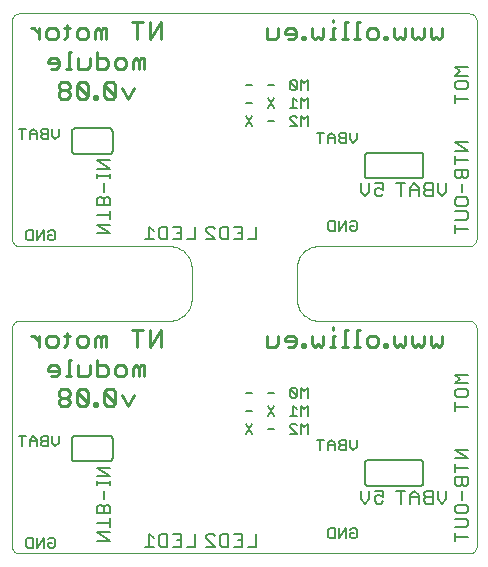
<source format=gbo>
G75*
%MOIN*%
%OFA0B0*%
%FSLAX24Y24*%
%IPPOS*%
%LPD*%
%AMOC8*
5,1,8,0,0,1.08239X$1,22.5*
%
%ADD10C,0.0000*%
%ADD11C,0.0100*%
%ADD12C,0.0080*%
%ADD13C,0.0060*%
D10*
X000425Y000238D02*
X015425Y000238D01*
X015455Y000240D01*
X015485Y000245D01*
X015514Y000254D01*
X015541Y000267D01*
X015567Y000282D01*
X015591Y000301D01*
X015612Y000322D01*
X015631Y000346D01*
X015646Y000372D01*
X015659Y000399D01*
X015668Y000428D01*
X015673Y000458D01*
X015675Y000488D01*
X015675Y007738D01*
X015673Y007768D01*
X015668Y007798D01*
X015659Y007827D01*
X015646Y007854D01*
X015631Y007880D01*
X015612Y007904D01*
X015591Y007925D01*
X015567Y007944D01*
X015541Y007959D01*
X015514Y007972D01*
X015485Y007981D01*
X015455Y007986D01*
X015425Y007988D01*
X010425Y007988D01*
X010371Y007990D01*
X010318Y007996D01*
X010266Y008005D01*
X010214Y008018D01*
X010163Y008035D01*
X010113Y008056D01*
X010066Y008080D01*
X010020Y008107D01*
X009976Y008138D01*
X009934Y008171D01*
X009895Y008208D01*
X009858Y008247D01*
X009825Y008289D01*
X009794Y008333D01*
X009767Y008379D01*
X009743Y008426D01*
X009722Y008476D01*
X009705Y008527D01*
X009692Y008579D01*
X009683Y008631D01*
X009677Y008684D01*
X009675Y008738D01*
X009675Y009738D01*
X009677Y009792D01*
X009683Y009845D01*
X009692Y009897D01*
X009705Y009949D01*
X009722Y010000D01*
X009743Y010050D01*
X009767Y010097D01*
X009794Y010143D01*
X009825Y010187D01*
X009858Y010229D01*
X009895Y010268D01*
X009934Y010305D01*
X009976Y010338D01*
X010020Y010369D01*
X010066Y010396D01*
X010113Y010420D01*
X010163Y010441D01*
X010214Y010458D01*
X010266Y010471D01*
X010318Y010480D01*
X010371Y010486D01*
X010425Y010488D01*
X015425Y010488D01*
X015455Y010490D01*
X015485Y010495D01*
X015514Y010504D01*
X015541Y010517D01*
X015567Y010532D01*
X015591Y010551D01*
X015612Y010572D01*
X015631Y010596D01*
X015646Y010622D01*
X015659Y010649D01*
X015668Y010678D01*
X015673Y010708D01*
X015675Y010738D01*
X015675Y017988D01*
X015673Y018018D01*
X015668Y018048D01*
X015659Y018077D01*
X015646Y018104D01*
X015631Y018130D01*
X015612Y018154D01*
X015591Y018175D01*
X015567Y018194D01*
X015541Y018209D01*
X015514Y018222D01*
X015485Y018231D01*
X015455Y018236D01*
X015425Y018238D01*
X000425Y018238D01*
X000395Y018236D01*
X000365Y018231D01*
X000336Y018222D01*
X000309Y018209D01*
X000283Y018194D01*
X000259Y018175D01*
X000238Y018154D01*
X000219Y018130D01*
X000204Y018104D01*
X000191Y018077D01*
X000182Y018048D01*
X000177Y018018D01*
X000175Y017988D01*
X000175Y010738D01*
X000177Y010708D01*
X000182Y010678D01*
X000191Y010649D01*
X000204Y010622D01*
X000219Y010596D01*
X000238Y010572D01*
X000259Y010551D01*
X000283Y010532D01*
X000309Y010517D01*
X000336Y010504D01*
X000365Y010495D01*
X000395Y010490D01*
X000425Y010488D01*
X005425Y010488D01*
X005479Y010486D01*
X005532Y010480D01*
X005584Y010471D01*
X005636Y010458D01*
X005687Y010441D01*
X005737Y010420D01*
X005784Y010396D01*
X005830Y010369D01*
X005874Y010338D01*
X005916Y010305D01*
X005955Y010268D01*
X005992Y010229D01*
X006025Y010187D01*
X006056Y010143D01*
X006083Y010097D01*
X006107Y010050D01*
X006128Y010000D01*
X006145Y009949D01*
X006158Y009897D01*
X006167Y009845D01*
X006173Y009792D01*
X006175Y009738D01*
X006175Y008738D01*
X006173Y008684D01*
X006167Y008631D01*
X006158Y008579D01*
X006145Y008527D01*
X006128Y008476D01*
X006107Y008426D01*
X006083Y008379D01*
X006056Y008333D01*
X006025Y008289D01*
X005992Y008247D01*
X005955Y008208D01*
X005916Y008171D01*
X005874Y008138D01*
X005830Y008107D01*
X005784Y008080D01*
X005737Y008056D01*
X005687Y008035D01*
X005636Y008018D01*
X005584Y008005D01*
X005532Y007996D01*
X005479Y007990D01*
X005425Y007988D01*
X000425Y007988D01*
X000395Y007986D01*
X000365Y007981D01*
X000336Y007972D01*
X000309Y007959D01*
X000283Y007944D01*
X000259Y007925D01*
X000238Y007904D01*
X000219Y007880D01*
X000204Y007854D01*
X000191Y007827D01*
X000182Y007798D01*
X000177Y007768D01*
X000175Y007738D01*
X000175Y000488D01*
X000177Y000458D01*
X000182Y000428D01*
X000191Y000399D01*
X000204Y000372D01*
X000219Y000346D01*
X000238Y000322D01*
X000259Y000301D01*
X000283Y000282D01*
X000309Y000267D01*
X000336Y000254D01*
X000365Y000245D01*
X000395Y000240D01*
X000425Y000238D01*
D11*
X001835Y005148D02*
X002022Y005148D01*
X002115Y005241D01*
X002115Y005334D01*
X002022Y005428D01*
X001835Y005428D01*
X001742Y005334D01*
X001742Y005241D01*
X001835Y005148D01*
X001835Y005428D02*
X001742Y005521D01*
X001742Y005615D01*
X001835Y005708D01*
X002022Y005708D01*
X002115Y005615D01*
X002115Y005521D01*
X002022Y005428D01*
X002349Y005615D02*
X002349Y005241D01*
X002443Y005148D01*
X002630Y005148D01*
X002723Y005241D01*
X002349Y005615D01*
X002443Y005708D01*
X002630Y005708D01*
X002723Y005615D01*
X002723Y005241D01*
X002934Y005241D02*
X002934Y005148D01*
X003027Y005148D01*
X003027Y005241D01*
X002934Y005241D01*
X003261Y005241D02*
X003261Y005615D01*
X003635Y005241D01*
X003541Y005148D01*
X003354Y005148D01*
X003261Y005241D01*
X003261Y005615D02*
X003354Y005708D01*
X003541Y005708D01*
X003635Y005615D01*
X003635Y005241D01*
X003869Y005521D02*
X004056Y005148D01*
X004242Y005521D01*
X004223Y006138D02*
X004223Y006418D01*
X004317Y006511D01*
X004410Y006418D01*
X004410Y006138D01*
X004410Y006418D02*
X004503Y006511D01*
X004597Y006511D01*
X004597Y006138D01*
X003989Y006231D02*
X003896Y006138D01*
X003709Y006138D01*
X003616Y006231D01*
X003616Y006418D01*
X003709Y006511D01*
X003896Y006511D01*
X003989Y006418D01*
X003989Y006231D01*
X003381Y006231D02*
X003381Y006418D01*
X003288Y006511D01*
X003008Y006511D01*
X003008Y006698D02*
X003008Y006138D01*
X003288Y006138D01*
X003381Y006231D01*
X002774Y006231D02*
X002680Y006138D01*
X002400Y006138D01*
X002400Y006511D01*
X002166Y006698D02*
X002073Y006698D01*
X002073Y006138D01*
X002166Y006138D02*
X001979Y006138D01*
X001761Y006231D02*
X001761Y006418D01*
X001667Y006511D01*
X001481Y006511D01*
X001387Y006418D01*
X001387Y006324D01*
X001761Y006324D01*
X001761Y006231D02*
X001667Y006138D01*
X001481Y006138D01*
X001430Y007128D02*
X001337Y007221D01*
X001337Y007408D01*
X001430Y007501D01*
X001617Y007501D01*
X001710Y007408D01*
X001710Y007221D01*
X001617Y007128D01*
X001430Y007128D01*
X001102Y007128D02*
X001102Y007501D01*
X000916Y007501D02*
X001102Y007314D01*
X000916Y007501D02*
X000822Y007501D01*
X001929Y007501D02*
X002115Y007501D01*
X002022Y007595D02*
X002022Y007221D01*
X001929Y007128D01*
X002349Y007221D02*
X002349Y007408D01*
X002443Y007501D01*
X002630Y007501D01*
X002723Y007408D01*
X002723Y007221D01*
X002630Y007128D01*
X002443Y007128D01*
X002349Y007221D01*
X002957Y007128D02*
X002957Y007408D01*
X003051Y007501D01*
X003144Y007408D01*
X003144Y007128D01*
X003331Y007128D02*
X003331Y007501D01*
X003237Y007501D01*
X003144Y007408D01*
X002774Y006511D02*
X002774Y006231D01*
X004173Y007688D02*
X004546Y007688D01*
X004359Y007688D02*
X004359Y007128D01*
X004780Y007128D02*
X004780Y007688D01*
X005154Y007688D02*
X004780Y007128D01*
X005154Y007128D02*
X005154Y007688D01*
X008672Y007501D02*
X008672Y007128D01*
X008952Y007128D01*
X009045Y007221D01*
X009045Y007501D01*
X009279Y007408D02*
X009279Y007314D01*
X009653Y007314D01*
X009653Y007221D02*
X009653Y007408D01*
X009560Y007501D01*
X009373Y007501D01*
X009279Y007408D01*
X009373Y007128D02*
X009560Y007128D01*
X009653Y007221D01*
X009863Y007221D02*
X009863Y007128D01*
X009957Y007128D01*
X009957Y007221D01*
X009863Y007221D01*
X010191Y007221D02*
X010191Y007501D01*
X010191Y007221D02*
X010284Y007128D01*
X010378Y007221D01*
X010471Y007128D01*
X010565Y007221D01*
X010565Y007501D01*
X010876Y007501D02*
X010876Y007128D01*
X010783Y007128D02*
X010970Y007128D01*
X011188Y007128D02*
X011375Y007128D01*
X011281Y007128D02*
X011281Y007688D01*
X011375Y007688D01*
X011687Y007688D02*
X011687Y007128D01*
X011780Y007128D02*
X011593Y007128D01*
X012014Y007221D02*
X012107Y007128D01*
X012294Y007128D01*
X012388Y007221D01*
X012388Y007408D01*
X012294Y007501D01*
X012107Y007501D01*
X012014Y007408D01*
X012014Y007221D01*
X011780Y007688D02*
X011687Y007688D01*
X010970Y007501D02*
X010876Y007501D01*
X010876Y007688D02*
X010876Y007781D01*
X012598Y007221D02*
X012598Y007128D01*
X012692Y007128D01*
X012692Y007221D01*
X012598Y007221D01*
X012926Y007221D02*
X012926Y007501D01*
X012926Y007221D02*
X013019Y007128D01*
X013112Y007221D01*
X013206Y007128D01*
X013299Y007221D01*
X013299Y007501D01*
X013533Y007501D02*
X013533Y007221D01*
X013627Y007128D01*
X013720Y007221D01*
X013814Y007128D01*
X013907Y007221D01*
X013907Y007501D01*
X014141Y007501D02*
X014141Y007221D01*
X014234Y007128D01*
X014328Y007221D01*
X014421Y007128D01*
X014515Y007221D01*
X014515Y007501D01*
X014421Y017378D02*
X014328Y017471D01*
X014234Y017378D01*
X014141Y017471D01*
X014141Y017751D01*
X013907Y017751D02*
X013907Y017471D01*
X013814Y017378D01*
X013720Y017471D01*
X013627Y017378D01*
X013533Y017471D01*
X013533Y017751D01*
X013299Y017751D02*
X013299Y017471D01*
X013206Y017378D01*
X013112Y017471D01*
X013019Y017378D01*
X012926Y017471D01*
X012926Y017751D01*
X012692Y017471D02*
X012598Y017471D01*
X012598Y017378D01*
X012692Y017378D01*
X012692Y017471D01*
X012388Y017471D02*
X012294Y017378D01*
X012107Y017378D01*
X012014Y017471D01*
X012014Y017658D01*
X012107Y017751D01*
X012294Y017751D01*
X012388Y017658D01*
X012388Y017471D01*
X011780Y017378D02*
X011593Y017378D01*
X011687Y017378D02*
X011687Y017938D01*
X011780Y017938D01*
X011375Y017938D02*
X011281Y017938D01*
X011281Y017378D01*
X011188Y017378D02*
X011375Y017378D01*
X010970Y017378D02*
X010783Y017378D01*
X010876Y017378D02*
X010876Y017751D01*
X010970Y017751D01*
X010876Y017938D02*
X010876Y018031D01*
X010565Y017751D02*
X010565Y017471D01*
X010471Y017378D01*
X010378Y017471D01*
X010284Y017378D01*
X010191Y017471D01*
X010191Y017751D01*
X009957Y017471D02*
X009957Y017378D01*
X009863Y017378D01*
X009863Y017471D01*
X009957Y017471D01*
X009653Y017471D02*
X009653Y017658D01*
X009560Y017751D01*
X009373Y017751D01*
X009279Y017658D01*
X009279Y017564D01*
X009653Y017564D01*
X009653Y017471D02*
X009560Y017378D01*
X009373Y017378D01*
X009045Y017471D02*
X009045Y017751D01*
X009045Y017471D02*
X008952Y017378D01*
X008672Y017378D01*
X008672Y017751D01*
X005154Y017938D02*
X005154Y017378D01*
X004780Y017378D02*
X004780Y017938D01*
X004546Y017938D02*
X004173Y017938D01*
X004359Y017938D02*
X004359Y017378D01*
X004780Y017378D02*
X005154Y017938D01*
X004597Y016761D02*
X004503Y016761D01*
X004410Y016668D01*
X004317Y016761D01*
X004223Y016668D01*
X004223Y016388D01*
X004410Y016388D02*
X004410Y016668D01*
X004597Y016761D02*
X004597Y016388D01*
X003989Y016481D02*
X003896Y016388D01*
X003709Y016388D01*
X003616Y016481D01*
X003616Y016668D01*
X003709Y016761D01*
X003896Y016761D01*
X003989Y016668D01*
X003989Y016481D01*
X003541Y015958D02*
X003354Y015958D01*
X003261Y015865D01*
X003635Y015491D01*
X003541Y015398D01*
X003354Y015398D01*
X003261Y015491D01*
X003261Y015865D01*
X003541Y015958D02*
X003635Y015865D01*
X003635Y015491D01*
X003869Y015771D02*
X004056Y015398D01*
X004242Y015771D01*
X003381Y016481D02*
X003381Y016668D01*
X003288Y016761D01*
X003008Y016761D01*
X003008Y016948D02*
X003008Y016388D01*
X003288Y016388D01*
X003381Y016481D01*
X002774Y016481D02*
X002680Y016388D01*
X002400Y016388D01*
X002400Y016761D01*
X002166Y016948D02*
X002073Y016948D01*
X002073Y016388D01*
X002166Y016388D02*
X001979Y016388D01*
X001761Y016481D02*
X001761Y016668D01*
X001667Y016761D01*
X001481Y016761D01*
X001387Y016668D01*
X001387Y016574D01*
X001761Y016574D01*
X001761Y016481D02*
X001667Y016388D01*
X001481Y016388D01*
X001835Y015958D02*
X001742Y015865D01*
X001742Y015771D01*
X001835Y015678D01*
X002022Y015678D01*
X002115Y015771D01*
X002115Y015865D01*
X002022Y015958D01*
X001835Y015958D01*
X001835Y015678D02*
X001742Y015584D01*
X001742Y015491D01*
X001835Y015398D01*
X002022Y015398D01*
X002115Y015491D01*
X002115Y015584D01*
X002022Y015678D01*
X002349Y015865D02*
X002349Y015491D01*
X002443Y015398D01*
X002630Y015398D01*
X002723Y015491D01*
X002349Y015865D01*
X002443Y015958D01*
X002630Y015958D01*
X002723Y015865D01*
X002723Y015491D01*
X002934Y015491D02*
X002934Y015398D01*
X003027Y015398D01*
X003027Y015491D01*
X002934Y015491D01*
X002774Y016481D02*
X002774Y016761D01*
X002630Y017378D02*
X002443Y017378D01*
X002349Y017471D01*
X002349Y017658D01*
X002443Y017751D01*
X002630Y017751D01*
X002723Y017658D01*
X002723Y017471D01*
X002630Y017378D01*
X002957Y017378D02*
X002957Y017658D01*
X003051Y017751D01*
X003144Y017658D01*
X003144Y017378D01*
X003331Y017378D02*
X003331Y017751D01*
X003237Y017751D01*
X003144Y017658D01*
X002115Y017751D02*
X001929Y017751D01*
X002022Y017845D02*
X002022Y017471D01*
X001929Y017378D01*
X001710Y017471D02*
X001710Y017658D01*
X001617Y017751D01*
X001430Y017751D01*
X001337Y017658D01*
X001337Y017471D01*
X001430Y017378D01*
X001617Y017378D01*
X001710Y017471D01*
X001102Y017564D02*
X000916Y017751D01*
X000822Y017751D01*
X001102Y017751D02*
X001102Y017378D01*
X014421Y017378D02*
X014515Y017471D01*
X014515Y017751D01*
D12*
X014965Y016448D02*
X015105Y016307D01*
X014965Y016167D01*
X015385Y016167D01*
X015315Y015987D02*
X015385Y015917D01*
X015385Y015777D01*
X015315Y015707D01*
X015035Y015707D01*
X014965Y015777D01*
X014965Y015917D01*
X015035Y015987D01*
X015315Y015987D01*
X015385Y016448D02*
X014965Y016448D01*
X014965Y015527D02*
X014965Y015246D01*
X014965Y015387D02*
X015385Y015387D01*
X015385Y013948D02*
X014965Y013948D01*
X015385Y013667D01*
X014965Y013667D01*
X014965Y013487D02*
X014965Y013207D01*
X014965Y013347D02*
X015385Y013347D01*
X015385Y013027D02*
X015385Y012817D01*
X015315Y012746D01*
X015245Y012746D01*
X015175Y012817D01*
X015175Y013027D01*
X015385Y013027D02*
X014965Y013027D01*
X014965Y012817D01*
X015035Y012746D01*
X015105Y012746D01*
X015175Y012817D01*
X015175Y012566D02*
X015175Y012286D01*
X015035Y012106D02*
X015315Y012106D01*
X015385Y012036D01*
X015385Y011896D01*
X015315Y011826D01*
X015035Y011826D01*
X014965Y011896D01*
X014965Y012036D01*
X015035Y012106D01*
X014965Y011646D02*
X015315Y011646D01*
X015385Y011575D01*
X015385Y011435D01*
X015315Y011365D01*
X014965Y011365D01*
X014965Y011185D02*
X014965Y010905D01*
X014965Y011045D02*
X015385Y011045D01*
X014524Y012153D02*
X014384Y012293D01*
X014384Y012573D01*
X014664Y012573D02*
X014664Y012293D01*
X014524Y012153D01*
X014204Y012153D02*
X014204Y012573D01*
X013994Y012573D01*
X013923Y012503D01*
X013923Y012433D01*
X013994Y012363D01*
X014204Y012363D01*
X013994Y012363D02*
X013923Y012293D01*
X013923Y012223D01*
X013994Y012153D01*
X014204Y012153D01*
X013743Y012153D02*
X013743Y012433D01*
X013603Y012573D01*
X013463Y012433D01*
X013463Y012153D01*
X013463Y012363D02*
X013743Y012363D01*
X013283Y012573D02*
X013003Y012573D01*
X013143Y012573D02*
X013143Y012153D01*
X012556Y012223D02*
X012486Y012153D01*
X012346Y012153D01*
X012276Y012223D01*
X012276Y012363D01*
X012346Y012433D01*
X012416Y012433D01*
X012556Y012363D01*
X012556Y012573D01*
X012276Y012573D01*
X012095Y012573D02*
X012095Y012293D01*
X011955Y012153D01*
X011815Y012293D01*
X011815Y012573D01*
X008323Y011135D02*
X008323Y010715D01*
X008042Y010715D01*
X007862Y010715D02*
X007582Y010715D01*
X007402Y010715D02*
X007192Y010715D01*
X007121Y010785D01*
X007121Y011065D01*
X007192Y011135D01*
X007402Y011135D01*
X007402Y010715D01*
X007722Y010925D02*
X007862Y010925D01*
X007862Y011135D02*
X007862Y010715D01*
X007862Y011135D02*
X007582Y011135D01*
X006941Y011065D02*
X006871Y011135D01*
X006731Y011135D01*
X006661Y011065D01*
X006661Y010995D01*
X006941Y010715D01*
X006661Y010715D01*
X006289Y010715D02*
X006009Y010715D01*
X006289Y010715D02*
X006289Y011135D01*
X005829Y011135D02*
X005829Y010715D01*
X005548Y010715D01*
X005689Y010925D02*
X005829Y010925D01*
X005829Y011135D02*
X005548Y011135D01*
X005368Y011135D02*
X005368Y010715D01*
X005158Y010715D01*
X005088Y010785D01*
X005088Y011065D01*
X005158Y011135D01*
X005368Y011135D01*
X004908Y010995D02*
X004768Y011135D01*
X004768Y010715D01*
X004908Y010715D02*
X004628Y010715D01*
X003448Y010919D02*
X003028Y011199D01*
X003448Y011199D01*
X003448Y011379D02*
X003448Y011659D01*
X003448Y011519D02*
X003028Y011519D01*
X003028Y011839D02*
X003028Y012050D01*
X003098Y012120D01*
X003168Y012120D01*
X003238Y012050D01*
X003238Y011839D01*
X003448Y011839D02*
X003448Y012050D01*
X003378Y012120D01*
X003308Y012120D01*
X003238Y012050D01*
X003238Y012300D02*
X003238Y012580D01*
X003448Y012760D02*
X003448Y012900D01*
X003448Y012830D02*
X003028Y012830D01*
X003028Y012760D02*
X003028Y012900D01*
X003028Y013067D02*
X003448Y013067D01*
X003028Y013347D01*
X003448Y013347D01*
X003448Y011839D02*
X003028Y011839D01*
X003028Y010919D02*
X003448Y010919D01*
X003448Y003097D02*
X003028Y003097D01*
X003448Y002817D01*
X003028Y002817D01*
X003028Y002650D02*
X003028Y002510D01*
X003028Y002580D02*
X003448Y002580D01*
X003448Y002510D02*
X003448Y002650D01*
X003238Y002330D02*
X003238Y002050D01*
X003308Y001870D02*
X003238Y001800D01*
X003238Y001589D01*
X003448Y001589D02*
X003448Y001800D01*
X003378Y001870D01*
X003308Y001870D01*
X003238Y001800D02*
X003168Y001870D01*
X003098Y001870D01*
X003028Y001800D01*
X003028Y001589D01*
X003448Y001589D01*
X003448Y001409D02*
X003448Y001129D01*
X003448Y001269D02*
X003028Y001269D01*
X003028Y000949D02*
X003448Y000949D01*
X003448Y000669D02*
X003028Y000669D01*
X003028Y000949D02*
X003448Y000669D01*
X004628Y000465D02*
X004908Y000465D01*
X004768Y000465D02*
X004768Y000885D01*
X004908Y000745D01*
X005088Y000815D02*
X005158Y000885D01*
X005368Y000885D01*
X005368Y000465D01*
X005158Y000465D01*
X005088Y000535D01*
X005088Y000815D01*
X005548Y000885D02*
X005829Y000885D01*
X005829Y000465D01*
X005548Y000465D01*
X005689Y000675D02*
X005829Y000675D01*
X006009Y000465D02*
X006289Y000465D01*
X006289Y000885D01*
X006661Y000815D02*
X006731Y000885D01*
X006871Y000885D01*
X006941Y000815D01*
X006661Y000815D02*
X006661Y000745D01*
X006941Y000465D01*
X006661Y000465D01*
X007121Y000535D02*
X007121Y000815D01*
X007192Y000885D01*
X007402Y000885D01*
X007402Y000465D01*
X007192Y000465D01*
X007121Y000535D01*
X007582Y000465D02*
X007862Y000465D01*
X007862Y000885D01*
X007582Y000885D01*
X007722Y000675D02*
X007862Y000675D01*
X008042Y000465D02*
X008323Y000465D01*
X008323Y000885D01*
X011815Y002043D02*
X011815Y002323D01*
X011815Y002043D02*
X011955Y001903D01*
X012095Y002043D01*
X012095Y002323D01*
X012276Y002323D02*
X012556Y002323D01*
X012556Y002113D01*
X012416Y002183D01*
X012346Y002183D01*
X012276Y002113D01*
X012276Y001973D01*
X012346Y001903D01*
X012486Y001903D01*
X012556Y001973D01*
X013003Y002323D02*
X013283Y002323D01*
X013143Y002323D02*
X013143Y001903D01*
X013463Y001903D02*
X013463Y002183D01*
X013603Y002323D01*
X013743Y002183D01*
X013743Y001903D01*
X013743Y002113D02*
X013463Y002113D01*
X013923Y002183D02*
X013994Y002113D01*
X014204Y002113D01*
X014204Y002323D02*
X013994Y002323D01*
X013923Y002253D01*
X013923Y002183D01*
X013994Y002113D02*
X013923Y002043D01*
X013923Y001973D01*
X013994Y001903D01*
X014204Y001903D01*
X014204Y002323D01*
X014384Y002323D02*
X014384Y002043D01*
X014524Y001903D01*
X014664Y002043D01*
X014664Y002323D01*
X014965Y002567D02*
X015035Y002496D01*
X015105Y002496D01*
X015175Y002567D01*
X015175Y002777D01*
X015385Y002777D02*
X015385Y002567D01*
X015315Y002496D01*
X015245Y002496D01*
X015175Y002567D01*
X015175Y002316D02*
X015175Y002036D01*
X015035Y001856D02*
X015315Y001856D01*
X015385Y001786D01*
X015385Y001646D01*
X015315Y001576D01*
X015035Y001576D01*
X014965Y001646D01*
X014965Y001786D01*
X015035Y001856D01*
X014965Y001396D02*
X015315Y001396D01*
X015385Y001325D01*
X015385Y001185D01*
X015315Y001115D01*
X014965Y001115D01*
X014965Y000935D02*
X014965Y000655D01*
X014965Y000795D02*
X015385Y000795D01*
X014965Y002567D02*
X014965Y002777D01*
X015385Y002777D01*
X015385Y003097D02*
X014965Y003097D01*
X014965Y003237D02*
X014965Y002957D01*
X014965Y003417D02*
X015385Y003417D01*
X014965Y003698D01*
X015385Y003698D01*
X014965Y004996D02*
X014965Y005277D01*
X014965Y005137D02*
X015385Y005137D01*
X015315Y005457D02*
X015035Y005457D01*
X014965Y005527D01*
X014965Y005667D01*
X015035Y005737D01*
X015315Y005737D01*
X015385Y005667D01*
X015385Y005527D01*
X015315Y005457D01*
X015385Y005917D02*
X014965Y005917D01*
X015105Y006057D01*
X014965Y006198D01*
X015385Y006198D01*
D13*
X013800Y003350D02*
X012050Y003350D01*
X012033Y003348D01*
X012016Y003344D01*
X012000Y003337D01*
X011986Y003327D01*
X011973Y003314D01*
X011963Y003300D01*
X011956Y003284D01*
X011952Y003267D01*
X011950Y003250D01*
X011950Y002600D01*
X011952Y002583D01*
X011956Y002566D01*
X011963Y002550D01*
X011973Y002536D01*
X011986Y002523D01*
X012000Y002513D01*
X012016Y002506D01*
X012033Y002502D01*
X012050Y002500D01*
X013800Y002500D01*
X013817Y002502D01*
X013834Y002506D01*
X013850Y002513D01*
X013864Y002523D01*
X013877Y002536D01*
X013887Y002550D01*
X013894Y002566D01*
X013898Y002583D01*
X013900Y002600D01*
X013900Y003250D01*
X013898Y003267D01*
X013894Y003284D01*
X013887Y003300D01*
X013877Y003314D01*
X013864Y003327D01*
X013850Y003337D01*
X013834Y003344D01*
X013817Y003348D01*
X013800Y003350D01*
X011681Y003793D02*
X011567Y003680D01*
X011454Y003793D01*
X011454Y004020D01*
X011312Y004020D02*
X011312Y003680D01*
X011142Y003680D01*
X011086Y003737D01*
X011086Y003793D01*
X011142Y003850D01*
X011312Y003850D01*
X011142Y003850D02*
X011086Y003907D01*
X011086Y003964D01*
X011142Y004020D01*
X011312Y004020D01*
X011681Y004020D02*
X011681Y003793D01*
X010944Y003850D02*
X010717Y003850D01*
X010717Y003907D02*
X010717Y003680D01*
X010717Y003907D02*
X010831Y004020D01*
X010944Y003907D01*
X010944Y003680D01*
X010462Y003680D02*
X010462Y004020D01*
X010349Y004020D02*
X010576Y004020D01*
X010042Y004230D02*
X010042Y004570D01*
X009929Y004457D01*
X009816Y004570D01*
X009816Y004230D01*
X009674Y004230D02*
X009447Y004457D01*
X009447Y004514D01*
X009504Y004570D01*
X009617Y004570D01*
X009674Y004514D01*
X009674Y004230D02*
X009447Y004230D01*
X008937Y004400D02*
X008711Y004400D01*
X008711Y004830D02*
X008937Y005170D01*
X008711Y005170D02*
X008937Y004830D01*
X009447Y004830D02*
X009674Y004830D01*
X009561Y004830D02*
X009561Y005170D01*
X009674Y005057D01*
X009816Y005170D02*
X009816Y004830D01*
X010042Y004830D02*
X010042Y005170D01*
X009929Y005057D01*
X009816Y005170D01*
X009816Y005430D02*
X009816Y005770D01*
X009929Y005657D01*
X010042Y005770D01*
X010042Y005430D01*
X009674Y005487D02*
X009674Y005714D01*
X009617Y005770D01*
X009504Y005770D01*
X009447Y005714D01*
X009674Y005487D01*
X009617Y005430D01*
X009504Y005430D01*
X009447Y005487D01*
X009447Y005714D01*
X008937Y005600D02*
X008711Y005600D01*
X008201Y005600D02*
X007974Y005600D01*
X007974Y005000D02*
X008201Y005000D01*
X008201Y004570D02*
X007974Y004230D01*
X008201Y004230D02*
X007974Y004570D01*
X010781Y001083D02*
X010724Y001026D01*
X010724Y000799D01*
X010781Y000743D01*
X010951Y000743D01*
X010951Y001083D01*
X010781Y001083D01*
X011092Y001083D02*
X011092Y000743D01*
X011319Y001083D01*
X011319Y000743D01*
X011461Y000799D02*
X011461Y000913D01*
X011574Y000913D01*
X011461Y001026D02*
X011517Y001083D01*
X011631Y001083D01*
X011687Y001026D01*
X011687Y000799D01*
X011631Y000743D01*
X011517Y000743D01*
X011461Y000799D01*
X003538Y003413D02*
X003538Y004063D01*
X003536Y004080D01*
X003532Y004097D01*
X003525Y004113D01*
X003515Y004127D01*
X003502Y004140D01*
X003488Y004150D01*
X003472Y004157D01*
X003455Y004161D01*
X003438Y004163D01*
X002288Y004163D01*
X002271Y004161D01*
X002254Y004157D01*
X002238Y004150D01*
X002224Y004140D01*
X002211Y004127D01*
X002201Y004113D01*
X002194Y004097D01*
X002190Y004080D01*
X002188Y004063D01*
X002188Y003413D01*
X002190Y003396D01*
X002194Y003379D01*
X002201Y003363D01*
X002211Y003349D01*
X002224Y003336D01*
X002238Y003326D01*
X002254Y003319D01*
X002271Y003315D01*
X002288Y003313D01*
X003438Y003313D01*
X003455Y003315D01*
X003472Y003319D01*
X003488Y003326D01*
X003502Y003336D01*
X003515Y003349D01*
X003525Y003363D01*
X003532Y003379D01*
X003536Y003396D01*
X003538Y003413D01*
X001743Y003918D02*
X001630Y003805D01*
X001516Y003918D01*
X001516Y004145D01*
X001375Y004145D02*
X001205Y004145D01*
X001148Y004089D01*
X001148Y004032D01*
X001205Y003975D01*
X001375Y003975D01*
X001375Y003805D02*
X001205Y003805D01*
X001148Y003862D01*
X001148Y003918D01*
X001205Y003975D01*
X001007Y003975D02*
X000780Y003975D01*
X000780Y004032D02*
X000780Y003805D01*
X000780Y004032D02*
X000893Y004145D01*
X001007Y004032D01*
X001007Y003805D01*
X001375Y003805D02*
X001375Y004145D01*
X001743Y004145D02*
X001743Y003918D01*
X000638Y004145D02*
X000411Y004145D01*
X000525Y004145D02*
X000525Y003805D01*
X000718Y000770D02*
X000888Y000770D01*
X000888Y000430D01*
X000718Y000430D01*
X000661Y000487D01*
X000661Y000714D01*
X000718Y000770D01*
X001030Y000770D02*
X001030Y000430D01*
X001257Y000770D01*
X001257Y000430D01*
X001398Y000487D02*
X001398Y000600D01*
X001512Y000600D01*
X001625Y000487D02*
X001568Y000430D01*
X001455Y000430D01*
X001398Y000487D01*
X001398Y000714D02*
X001455Y000770D01*
X001568Y000770D01*
X001625Y000714D01*
X001625Y000487D01*
X001568Y010680D02*
X001455Y010680D01*
X001398Y010737D01*
X001398Y010850D01*
X001512Y010850D01*
X001625Y010737D02*
X001568Y010680D01*
X001625Y010737D02*
X001625Y010964D01*
X001568Y011020D01*
X001455Y011020D01*
X001398Y010964D01*
X001257Y011020D02*
X001257Y010680D01*
X001030Y010680D02*
X001030Y011020D01*
X000888Y011020D02*
X000888Y010680D01*
X000718Y010680D01*
X000661Y010737D01*
X000661Y010964D01*
X000718Y011020D01*
X000888Y011020D01*
X001030Y010680D02*
X001257Y011020D01*
X002288Y013563D02*
X003438Y013563D01*
X003455Y013565D01*
X003472Y013569D01*
X003488Y013576D01*
X003502Y013586D01*
X003515Y013599D01*
X003525Y013613D01*
X003532Y013629D01*
X003536Y013646D01*
X003538Y013663D01*
X003538Y014313D01*
X003536Y014330D01*
X003532Y014347D01*
X003525Y014363D01*
X003515Y014377D01*
X003502Y014390D01*
X003488Y014400D01*
X003472Y014407D01*
X003455Y014411D01*
X003438Y014413D01*
X002288Y014413D01*
X002271Y014411D01*
X002254Y014407D01*
X002238Y014400D01*
X002224Y014390D01*
X002211Y014377D01*
X002201Y014363D01*
X002194Y014347D01*
X002190Y014330D01*
X002188Y014313D01*
X002188Y013663D01*
X002190Y013646D01*
X002194Y013629D01*
X002201Y013613D01*
X002211Y013599D01*
X002224Y013586D01*
X002238Y013576D01*
X002254Y013569D01*
X002271Y013565D01*
X002288Y013563D01*
X001743Y014168D02*
X001630Y014055D01*
X001516Y014168D01*
X001516Y014395D01*
X001375Y014395D02*
X001205Y014395D01*
X001148Y014339D01*
X001148Y014282D01*
X001205Y014225D01*
X001375Y014225D01*
X001375Y014055D02*
X001205Y014055D01*
X001148Y014112D01*
X001148Y014168D01*
X001205Y014225D01*
X001007Y014225D02*
X000780Y014225D01*
X000780Y014282D02*
X000780Y014055D01*
X000780Y014282D02*
X000893Y014395D01*
X001007Y014282D01*
X001007Y014055D01*
X001375Y014055D02*
X001375Y014395D01*
X001743Y014395D02*
X001743Y014168D01*
X000638Y014395D02*
X000411Y014395D01*
X000525Y014395D02*
X000525Y014055D01*
X007974Y014480D02*
X008201Y014820D01*
X007974Y014820D02*
X008201Y014480D01*
X008711Y014650D02*
X008937Y014650D01*
X008937Y015080D02*
X008711Y015420D01*
X008937Y015420D02*
X008711Y015080D01*
X008201Y015250D02*
X007974Y015250D01*
X007974Y015850D02*
X008201Y015850D01*
X008711Y015850D02*
X008937Y015850D01*
X009447Y015737D02*
X009504Y015680D01*
X009617Y015680D01*
X009674Y015737D01*
X009447Y015964D01*
X009447Y015737D01*
X009447Y015964D02*
X009504Y016020D01*
X009617Y016020D01*
X009674Y015964D01*
X009674Y015737D01*
X009816Y015680D02*
X009816Y016020D01*
X009929Y015907D01*
X010042Y016020D01*
X010042Y015680D01*
X010042Y015420D02*
X009929Y015307D01*
X009816Y015420D01*
X009816Y015080D01*
X009674Y015080D02*
X009447Y015080D01*
X009561Y015080D02*
X009561Y015420D01*
X009674Y015307D01*
X010042Y015420D02*
X010042Y015080D01*
X010042Y014820D02*
X009929Y014707D01*
X009816Y014820D01*
X009816Y014480D01*
X009674Y014480D02*
X009447Y014707D01*
X009447Y014764D01*
X009504Y014820D01*
X009617Y014820D01*
X009674Y014764D01*
X009674Y014480D02*
X009447Y014480D01*
X010042Y014480D02*
X010042Y014820D01*
X010349Y014270D02*
X010576Y014270D01*
X010462Y014270D02*
X010462Y013930D01*
X010717Y013930D02*
X010717Y014157D01*
X010831Y014270D01*
X010944Y014157D01*
X010944Y013930D01*
X011086Y013987D02*
X011142Y013930D01*
X011312Y013930D01*
X011312Y014270D01*
X011142Y014270D01*
X011086Y014214D01*
X011086Y014157D01*
X011142Y014100D01*
X011312Y014100D01*
X011454Y014043D02*
X011454Y014270D01*
X011454Y014043D02*
X011567Y013930D01*
X011681Y014043D01*
X011681Y014270D01*
X011142Y014100D02*
X011086Y014043D01*
X011086Y013987D01*
X010944Y014100D02*
X010717Y014100D01*
X011950Y013500D02*
X011950Y012850D01*
X011952Y012833D01*
X011956Y012816D01*
X011963Y012800D01*
X011973Y012786D01*
X011986Y012773D01*
X012000Y012763D01*
X012016Y012756D01*
X012033Y012752D01*
X012050Y012750D01*
X013800Y012750D01*
X013817Y012752D01*
X013834Y012756D01*
X013850Y012763D01*
X013864Y012773D01*
X013877Y012786D01*
X013887Y012800D01*
X013894Y012816D01*
X013898Y012833D01*
X013900Y012850D01*
X013900Y013500D01*
X013898Y013517D01*
X013894Y013534D01*
X013887Y013550D01*
X013877Y013564D01*
X013864Y013577D01*
X013850Y013587D01*
X013834Y013594D01*
X013817Y013598D01*
X013800Y013600D01*
X012050Y013600D01*
X012033Y013598D01*
X012016Y013594D01*
X012000Y013587D01*
X011986Y013577D01*
X011973Y013564D01*
X011963Y013550D01*
X011956Y013534D01*
X011952Y013517D01*
X011950Y013500D01*
X011631Y011333D02*
X011517Y011333D01*
X011461Y011276D01*
X011461Y011163D02*
X011574Y011163D01*
X011461Y011163D02*
X011461Y011049D01*
X011517Y010993D01*
X011631Y010993D01*
X011687Y011049D01*
X011687Y011276D01*
X011631Y011333D01*
X011319Y011333D02*
X011319Y010993D01*
X011092Y010993D02*
X011092Y011333D01*
X010951Y011333D02*
X010781Y011333D01*
X010724Y011276D01*
X010724Y011049D01*
X010781Y010993D01*
X010951Y010993D01*
X010951Y011333D01*
X011319Y011333D02*
X011092Y010993D01*
M02*

</source>
